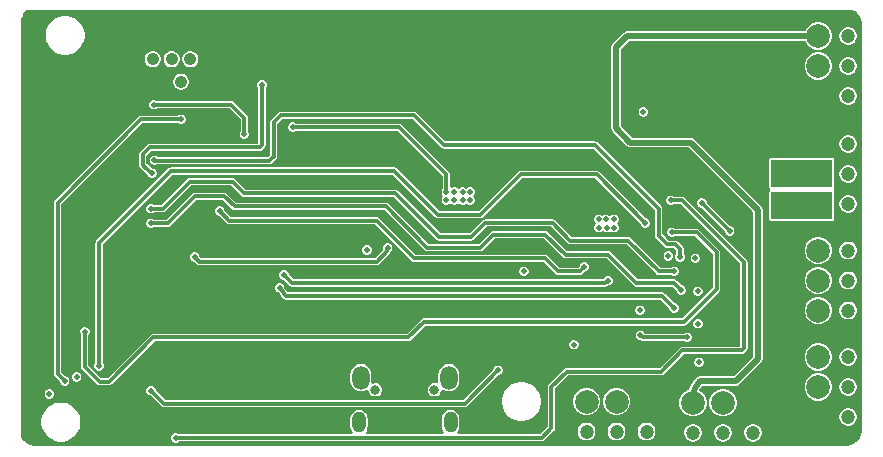
<source format=gbr>
%TF.GenerationSoftware,Altium Limited,Altium Designer,25.4.2 (15)*%
G04 Layer_Physical_Order=4*
G04 Layer_Color=16711680*
%FSLAX45Y45*%
%MOMM*%
%TF.SameCoordinates,9A986A7D-484F-4AC0-AE4B-942BB78B8B2C*%
%TF.FilePolarity,Positive*%
%TF.FileFunction,Copper,L4,Bot,Signal*%
%TF.Part,Single*%
G01*
G75*
%TA.AperFunction,Conductor*%
%ADD33C,0.30000*%
%ADD34C,0.50000*%
%TA.AperFunction,ComponentPad*%
%ADD40C,1.20000*%
%ADD41C,2.00000*%
%ADD42C,0.80000*%
%ADD43O,1.15000X1.80000*%
%ADD44O,1.45000X2.00000*%
%ADD45C,3.10000*%
%ADD46C,1.05000*%
%TA.AperFunction,ViaPad*%
%ADD47C,0.50000*%
G36*
X13751634Y9067376D02*
X13764061Y9062228D01*
X13775244Y9054755D01*
X13780000Y9050000D01*
X13789511Y9040489D01*
X13804457Y9018121D01*
X13814752Y8993267D01*
X13820000Y8966882D01*
Y8953432D01*
Y5516568D01*
Y5503118D01*
X13814752Y5476733D01*
X13804457Y5451879D01*
X13789511Y5429511D01*
X13780000Y5420000D01*
X13770490Y5410489D01*
X13748122Y5395543D01*
X13723267Y5385248D01*
X13696883Y5380000D01*
X6813118D01*
X6786733Y5385248D01*
X6761879Y5395543D01*
X6739511Y5410489D01*
X6730000Y5420000D01*
X6722866Y5427133D01*
X6711657Y5443909D01*
X6703936Y5462550D01*
X6700000Y5482338D01*
Y5492426D01*
Y8981716D01*
Y8988441D01*
X6702624Y9001634D01*
X6707771Y9014060D01*
X6715244Y9025244D01*
X6720000Y9030000D01*
Y9037956D01*
X6726089Y9052658D01*
X6737342Y9063910D01*
X6752043Y9070000D01*
X13738441D01*
X13751634Y9067376D01*
D02*
G37*
%LPC*%
G36*
X13464841Y8966500D02*
X13434560D01*
X13405312Y8958663D01*
X13379088Y8943523D01*
X13357677Y8922112D01*
X13342537Y8895888D01*
X13341571Y8892283D01*
X11831501D01*
X11831500Y8892284D01*
X11815893Y8889179D01*
X11802661Y8880338D01*
X11802661Y8880338D01*
X11711161Y8788838D01*
X11702321Y8775607D01*
X11699216Y8760000D01*
X11699216Y8759999D01*
Y8070002D01*
X11699216Y8070000D01*
X11702321Y8054393D01*
X11711161Y8041162D01*
X11831162Y7921162D01*
X11844393Y7912321D01*
X11860000Y7909216D01*
X11860001Y7909217D01*
X12353107D01*
X12899217Y7363107D01*
Y6159560D01*
X12899216Y6159558D01*
Y6136893D01*
X12733107Y5970784D01*
X12446568D01*
X12430961Y5967679D01*
X12417730Y5958838D01*
X12417475Y5959094D01*
X12387914Y5923074D01*
X12365949Y5881980D01*
X12358421Y5857163D01*
X12344612Y5853463D01*
X12318388Y5838323D01*
X12296977Y5816911D01*
X12281837Y5790688D01*
X12274000Y5761440D01*
Y5731160D01*
X12281837Y5701911D01*
X12296977Y5675688D01*
X12318388Y5654277D01*
X12344612Y5639137D01*
X12373860Y5631300D01*
X12404140D01*
X12433388Y5639137D01*
X12459612Y5654277D01*
X12481023Y5675688D01*
X12496163Y5701911D01*
X12504000Y5731160D01*
Y5761440D01*
X12496163Y5790688D01*
X12481023Y5816911D01*
X12459612Y5838323D01*
X12440908Y5849121D01*
X12441396Y5850729D01*
X12455815Y5877705D01*
X12465262Y5889217D01*
X12749999D01*
X12750000Y5889216D01*
X12765607Y5892321D01*
X12778838Y5901162D01*
X12968837Y6091161D01*
X12968839Y6091162D01*
X12977679Y6104393D01*
X12980785Y6120000D01*
X12980783Y6120001D01*
Y6159557D01*
X12980785Y6159558D01*
Y7379999D01*
X12980785Y7380000D01*
X12977679Y7395607D01*
X12968839Y7408838D01*
X12968839Y7408839D01*
X12398838Y7978838D01*
X12385607Y7987679D01*
X12370000Y7990784D01*
X12369999Y7990784D01*
X11876893D01*
X11780783Y8086894D01*
Y8743107D01*
X11848393Y8810716D01*
X13341571D01*
X13342537Y8807112D01*
X13357677Y8780888D01*
X13379088Y8759477D01*
X13405312Y8744337D01*
X13434560Y8736500D01*
X13464841D01*
X13494089Y8744337D01*
X13520312Y8759477D01*
X13541724Y8780888D01*
X13556863Y8807112D01*
X13564700Y8836360D01*
Y8866640D01*
X13556863Y8895888D01*
X13541724Y8922112D01*
X13520312Y8943523D01*
X13494089Y8958663D01*
X13464841Y8966500D01*
D02*
G37*
G36*
X13713574Y8926500D02*
X13693826D01*
X13674751Y8921389D01*
X13657649Y8911515D01*
X13643684Y8897551D01*
X13633810Y8880449D01*
X13628700Y8861374D01*
Y8841626D01*
X13633810Y8822551D01*
X13643684Y8805449D01*
X13657649Y8791485D01*
X13674751Y8781611D01*
X13693826Y8776500D01*
X13713574D01*
X13732649Y8781611D01*
X13749751Y8791485D01*
X13763715Y8805449D01*
X13773589Y8822551D01*
X13778700Y8841626D01*
Y8861374D01*
X13773589Y8880449D01*
X13763715Y8897551D01*
X13749751Y8911515D01*
X13732649Y8921389D01*
X13713574Y8926500D01*
D02*
G37*
G36*
X7088751Y9023500D02*
X7056249D01*
X7024371Y9017159D01*
X6994343Y9004721D01*
X6967319Y8986664D01*
X6944336Y8963681D01*
X6926279Y8936657D01*
X6913841Y8906629D01*
X6907500Y8874751D01*
Y8842249D01*
X6913841Y8810371D01*
X6926279Y8780343D01*
X6944336Y8753319D01*
X6967319Y8730336D01*
X6994343Y8712279D01*
X7024371Y8699841D01*
X7056249Y8693500D01*
X7088751D01*
X7120629Y8699841D01*
X7150657Y8712279D01*
X7177681Y8730336D01*
X7200664Y8753319D01*
X7218721Y8780343D01*
X7231159Y8810371D01*
X7237500Y8842249D01*
Y8874751D01*
X7231159Y8906629D01*
X7218721Y8936657D01*
X7200664Y8963681D01*
X7177681Y8986664D01*
X7150657Y9004721D01*
X7120629Y9017159D01*
X7088751Y9023500D01*
D02*
G37*
G36*
X8143228Y8722110D02*
X8125455D01*
X8108287Y8717510D01*
X8092895Y8708623D01*
X8080328Y8696056D01*
X8071441Y8680664D01*
X8066841Y8663496D01*
Y8645723D01*
X8071441Y8628556D01*
X8080328Y8613164D01*
X8092895Y8600596D01*
X8108287Y8591710D01*
X8125455Y8587110D01*
X8143228D01*
X8160395Y8591710D01*
X8175787Y8600596D01*
X8188354Y8613164D01*
X8197241Y8628556D01*
X8201841Y8645723D01*
Y8663496D01*
X8197241Y8680664D01*
X8188354Y8696056D01*
X8175787Y8708623D01*
X8160395Y8717510D01*
X8143228Y8722110D01*
D02*
G37*
G36*
X7983228D02*
X7965455D01*
X7948287Y8717510D01*
X7932895Y8708623D01*
X7920328Y8696056D01*
X7911441Y8680664D01*
X7906841Y8663496D01*
Y8645723D01*
X7911441Y8628556D01*
X7920328Y8613164D01*
X7932895Y8600596D01*
X7948287Y8591710D01*
X7965455Y8587110D01*
X7983228D01*
X8000395Y8591710D01*
X8015787Y8600596D01*
X8028355Y8613164D01*
X8037241Y8628556D01*
X8041841Y8645723D01*
Y8663496D01*
X8037241Y8680664D01*
X8028355Y8696056D01*
X8015787Y8708623D01*
X8000395Y8717510D01*
X7983228Y8722110D01*
D02*
G37*
G36*
X7823228D02*
X7805455D01*
X7788287Y8717510D01*
X7772895Y8708623D01*
X7760328Y8696056D01*
X7751441Y8680664D01*
X7746841Y8663496D01*
Y8645723D01*
X7751441Y8628556D01*
X7760328Y8613164D01*
X7772895Y8600596D01*
X7788287Y8591710D01*
X7805455Y8587110D01*
X7823228D01*
X7840395Y8591710D01*
X7855787Y8600596D01*
X7868355Y8613164D01*
X7877241Y8628556D01*
X7881841Y8645723D01*
Y8663496D01*
X7877241Y8680664D01*
X7868355Y8696056D01*
X7855787Y8708623D01*
X7840395Y8717510D01*
X7823228Y8722110D01*
D02*
G37*
G36*
X13713574Y8672500D02*
X13693826D01*
X13674751Y8667389D01*
X13657649Y8657515D01*
X13643684Y8643551D01*
X13633810Y8626449D01*
X13628700Y8607374D01*
Y8587626D01*
X13633810Y8568551D01*
X13643684Y8551449D01*
X13657649Y8537485D01*
X13674751Y8527611D01*
X13693826Y8522500D01*
X13713574D01*
X13732649Y8527611D01*
X13749751Y8537485D01*
X13763715Y8551449D01*
X13773589Y8568551D01*
X13778700Y8587626D01*
Y8607374D01*
X13773589Y8626449D01*
X13763715Y8643551D01*
X13749751Y8657515D01*
X13732649Y8667389D01*
X13713574Y8672500D01*
D02*
G37*
G36*
X13464841Y8712500D02*
X13434560D01*
X13405312Y8704663D01*
X13379088Y8689523D01*
X13357677Y8668112D01*
X13342537Y8641888D01*
X13334700Y8612640D01*
Y8582360D01*
X13342537Y8553112D01*
X13357677Y8526888D01*
X13379088Y8505477D01*
X13405312Y8490337D01*
X13434560Y8482500D01*
X13464841D01*
X13494089Y8490337D01*
X13520312Y8505477D01*
X13541724Y8526888D01*
X13556863Y8553112D01*
X13564700Y8582360D01*
Y8612640D01*
X13556863Y8641888D01*
X13541724Y8668112D01*
X13520312Y8689523D01*
X13494089Y8704663D01*
X13464841Y8712500D01*
D02*
G37*
G36*
X8063228Y8532110D02*
X8045455D01*
X8028287Y8527510D01*
X8012895Y8518623D01*
X8000328Y8506056D01*
X7991441Y8490664D01*
X7986841Y8473496D01*
Y8455723D01*
X7991441Y8438556D01*
X8000328Y8423164D01*
X8012895Y8410596D01*
X8028287Y8401710D01*
X8045455Y8397110D01*
X8063228D01*
X8080395Y8401710D01*
X8095787Y8410596D01*
X8108355Y8423164D01*
X8117241Y8438556D01*
X8121841Y8455723D01*
Y8473496D01*
X8117241Y8490664D01*
X8108355Y8506056D01*
X8095787Y8518623D01*
X8080395Y8527510D01*
X8063228Y8532110D01*
D02*
G37*
G36*
X13713574Y8418500D02*
X13693826D01*
X13674751Y8413389D01*
X13657649Y8403515D01*
X13643684Y8389551D01*
X13633810Y8372449D01*
X13628700Y8353374D01*
Y8333626D01*
X13633810Y8314551D01*
X13643684Y8297449D01*
X13657649Y8283485D01*
X13674751Y8273611D01*
X13693826Y8268500D01*
X13713574D01*
X13732649Y8273611D01*
X13749751Y8283485D01*
X13763715Y8297449D01*
X13773589Y8314551D01*
X13778700Y8333626D01*
Y8353374D01*
X13773589Y8372449D01*
X13763715Y8389551D01*
X13749751Y8403515D01*
X13732649Y8413389D01*
X13713574Y8418500D01*
D02*
G37*
G36*
X10030000Y8210588D02*
X10029999Y8210588D01*
X8900001D01*
X8900000Y8210588D01*
X8888295Y8208259D01*
X8878371Y8201629D01*
X8878371Y8201628D01*
X8818371Y8141629D01*
X8811741Y8131705D01*
X8809412Y8120000D01*
X8809412Y8119999D01*
Y7848082D01*
X8789741Y7828411D01*
X7858158D01*
X7852658Y7833910D01*
X7837957Y7840000D01*
X7822044D01*
X7807342Y7833910D01*
X7796090Y7822658D01*
X7790000Y7807956D01*
Y7792043D01*
X7796090Y7777342D01*
X7807342Y7766090D01*
X7822044Y7760000D01*
X7837957D01*
X7852658Y7766090D01*
X7853804Y7767235D01*
X8802410D01*
X8802411Y7767235D01*
X8814116Y7769564D01*
X8824040Y7776194D01*
X8849060Y7801215D01*
X8851705Y7801741D01*
X8861629Y7808371D01*
X8868259Y7818295D01*
X8870588Y7830000D01*
Y8107330D01*
X8912670Y8149412D01*
X10017330D01*
X10258371Y7908372D01*
X10258371Y7908371D01*
X10268295Y7901741D01*
X10280000Y7899412D01*
X10280002Y7899412D01*
X11547330D01*
X12069412Y7377330D01*
Y7160001D01*
X12069412Y7160000D01*
X12071741Y7148295D01*
X12078371Y7138371D01*
X12118371Y7098372D01*
X12118371Y7098371D01*
X12125872Y7093359D01*
X12151622Y7067610D01*
X12161545Y7060980D01*
X12173250Y7058651D01*
X12228092D01*
X12249412Y7037331D01*
Y7005981D01*
X12246090Y7002658D01*
X12240000Y6987957D01*
Y6972043D01*
X12246090Y6957342D01*
X12257342Y6946090D01*
X12272044Y6940000D01*
X12287957D01*
X12302658Y6946090D01*
X12313910Y6957342D01*
X12320000Y6972043D01*
Y6987957D01*
X12313910Y7002658D01*
X12310588Y7005981D01*
Y7049999D01*
X12310588Y7050000D01*
X12308259Y7061706D01*
X12301629Y7071629D01*
X12301628Y7071630D01*
X12262391Y7110868D01*
X12252467Y7117498D01*
X12240762Y7119827D01*
X12240760Y7119827D01*
X12185921D01*
X12164118Y7141629D01*
X12156617Y7146641D01*
X12130588Y7172670D01*
Y7389999D01*
X12130588Y7390000D01*
X12128259Y7401706D01*
X12121629Y7411629D01*
X11581629Y7951629D01*
X11571706Y7958259D01*
X11560000Y7960588D01*
X11559999Y7960588D01*
X10292670D01*
X10051629Y8201629D01*
X10041706Y8208259D01*
X10030000Y8210588D01*
D02*
G37*
G36*
X11977956Y8250000D02*
X11962043D01*
X11947342Y8243910D01*
X11936090Y8232658D01*
X11930000Y8217957D01*
Y8202044D01*
X11936090Y8187342D01*
X11947342Y8176090D01*
X11962043Y8170000D01*
X11977956D01*
X11992658Y8176090D01*
X12003910Y8187342D01*
X12010000Y8202044D01*
Y8217957D01*
X12003910Y8232658D01*
X11992658Y8243910D01*
X11977956Y8250000D01*
D02*
G37*
G36*
X8063697Y8185740D02*
X8047783D01*
X8033082Y8179650D01*
X8029759Y8176328D01*
X7715740D01*
X7704035Y8173999D01*
X7694111Y8167369D01*
X7694111Y8167368D01*
X6988371Y7461629D01*
X6981741Y7451705D01*
X6979412Y7440000D01*
X6979412Y7439999D01*
Y5990210D01*
X6979412Y5990208D01*
X6981741Y5978503D01*
X6988371Y5968579D01*
X7030000Y5926950D01*
Y5922044D01*
X7036090Y5907342D01*
X7047342Y5896090D01*
X7062044Y5890000D01*
X7077957D01*
X7092658Y5896090D01*
X7103910Y5907342D01*
X7110000Y5922044D01*
Y5937957D01*
X7103910Y5952658D01*
X7092658Y5963910D01*
X7077957Y5970000D01*
X7073466D01*
X7040588Y6002878D01*
Y7427330D01*
X7728410Y8115152D01*
X8029759D01*
X8033082Y8111830D01*
X8047783Y8105740D01*
X8063697D01*
X8078398Y8111830D01*
X8089650Y8123082D01*
X8095740Y8137784D01*
Y8153697D01*
X8089650Y8168398D01*
X8078398Y8179650D01*
X8063697Y8185740D01*
D02*
G37*
G36*
X7831214Y8310000D02*
X7815301D01*
X7800600Y8303910D01*
X7789347Y8292658D01*
X7783258Y8277957D01*
Y8262043D01*
X7789347Y8247342D01*
X7800600Y8236090D01*
X7815301Y8230000D01*
X7831214D01*
X7845916Y8236090D01*
X7849238Y8239412D01*
X8467330D01*
X8559412Y8147330D01*
Y8045981D01*
X8556090Y8042658D01*
X8550000Y8027957D01*
Y8012043D01*
X8556090Y7997342D01*
X8567342Y7986090D01*
X8582044Y7980000D01*
X8597957D01*
X8612658Y7986090D01*
X8623910Y7997342D01*
X8630000Y8012043D01*
Y8027957D01*
X8623910Y8042658D01*
X8620588Y8045981D01*
Y8159999D01*
X8620588Y8160000D01*
X8618259Y8171705D01*
X8611629Y8181629D01*
X8501629Y8291629D01*
X8491705Y8298259D01*
X8480000Y8300588D01*
X8479999Y8300588D01*
X7849238D01*
X7845916Y8303910D01*
X7831214Y8310000D01*
D02*
G37*
G36*
X8747957Y8480000D02*
X8732043D01*
X8717342Y8473910D01*
X8706090Y8462658D01*
X8700000Y8447956D01*
Y8432043D01*
X8706090Y8417342D01*
X8709412Y8414019D01*
Y7940588D01*
X7790001D01*
X7790000Y7940588D01*
X7778295Y7938259D01*
X7768371Y7931629D01*
X7708371Y7871629D01*
X7701741Y7861705D01*
X7699412Y7850000D01*
X7699412Y7849999D01*
Y7760001D01*
X7699412Y7760000D01*
X7701741Y7748295D01*
X7708371Y7738371D01*
X7732117Y7714625D01*
X7732118Y7714624D01*
X7742041Y7707994D01*
X7743658Y7707672D01*
X7770504Y7680826D01*
X7776090Y7667342D01*
X7787342Y7656090D01*
X7802043Y7650000D01*
X7817956D01*
X7832658Y7656090D01*
X7843910Y7667342D01*
X7850000Y7682044D01*
Y7697957D01*
X7843910Y7712658D01*
X7832658Y7723910D01*
X7817956Y7730000D01*
X7807846D01*
X7779964Y7757882D01*
X7770040Y7764513D01*
X7768423Y7764834D01*
X7760588Y7772670D01*
Y7837330D01*
X7802670Y7879412D01*
X8722425D01*
X8722426Y7879412D01*
X8734132Y7881741D01*
X8744055Y7888371D01*
X8761628Y7905944D01*
X8761629Y7905945D01*
X8768259Y7915868D01*
X8770588Y7927574D01*
X8770588Y7927575D01*
Y8414019D01*
X8773910Y8417342D01*
X8780000Y8432043D01*
Y8447956D01*
X8773910Y8462658D01*
X8762658Y8473910D01*
X8747957Y8480000D01*
D02*
G37*
G36*
X13713574Y8012500D02*
X13693826D01*
X13674751Y8007389D01*
X13657649Y7997515D01*
X13643684Y7983551D01*
X13633810Y7966449D01*
X13628700Y7947374D01*
Y7927626D01*
X13633810Y7908551D01*
X13643684Y7891449D01*
X13657649Y7877485D01*
X13674751Y7867611D01*
X13693826Y7862500D01*
X13713574D01*
X13732649Y7867611D01*
X13749751Y7877485D01*
X13763715Y7891449D01*
X13773589Y7908551D01*
X13778700Y7927626D01*
Y7947374D01*
X13773589Y7966449D01*
X13763715Y7983551D01*
X13749751Y7997515D01*
X13732649Y8007389D01*
X13713574Y8012500D01*
D02*
G37*
G36*
X9860000Y7740588D02*
X9859999Y7740588D01*
X7970001D01*
X7970000Y7740588D01*
X7958295Y7738259D01*
X7948371Y7731629D01*
X7338371Y7121629D01*
X7331741Y7111705D01*
X7329412Y7100000D01*
X7329412Y7099999D01*
Y6085981D01*
X7326090Y6082658D01*
X7320000Y6067957D01*
Y6052044D01*
X7326090Y6037342D01*
X7337342Y6026090D01*
X7352043Y6020000D01*
X7367957D01*
X7382658Y6026090D01*
X7393910Y6037342D01*
X7400000Y6052044D01*
Y6067957D01*
X7393910Y6082658D01*
X7390588Y6085981D01*
Y7087330D01*
X7982670Y7679412D01*
X9847330D01*
X10208371Y7318371D01*
X10218295Y7311741D01*
X10230000Y7309412D01*
X10230001Y7309412D01*
X10589999D01*
X10590000Y7309412D01*
X10601705Y7311741D01*
X10611629Y7318371D01*
X10942670Y7649412D01*
X11560762D01*
X11946090Y7264084D01*
Y7259385D01*
X11952180Y7244684D01*
X11963432Y7233432D01*
X11978133Y7227342D01*
X11994046D01*
X12008748Y7233432D01*
X12020000Y7244684D01*
X12026090Y7259385D01*
Y7275298D01*
X12020000Y7290000D01*
X12008748Y7301252D01*
X11994046Y7307342D01*
X11989348D01*
X11595061Y7701629D01*
X11585137Y7708259D01*
X11573432Y7710588D01*
X11573430Y7710588D01*
X10930001D01*
X10930000Y7710588D01*
X10918295Y7708259D01*
X10908371Y7701629D01*
X10908371Y7701628D01*
X10577330Y7370588D01*
X10242670D01*
X9881629Y7731629D01*
X9871705Y7738259D01*
X9860000Y7740588D01*
D02*
G37*
G36*
X8492269Y7648319D02*
X8492268Y7648318D01*
X8127732D01*
X8127731Y7648319D01*
X8116025Y7645990D01*
X8106102Y7639360D01*
X8106101Y7639359D01*
X7887330Y7420588D01*
X7825981D01*
X7822658Y7423910D01*
X7807956Y7430000D01*
X7792043D01*
X7777342Y7423910D01*
X7766090Y7412658D01*
X7760000Y7397957D01*
Y7382043D01*
X7766090Y7367342D01*
X7777342Y7356090D01*
X7792043Y7350000D01*
X7807956D01*
X7822658Y7356090D01*
X7825981Y7359412D01*
X7899999D01*
X7900000Y7359412D01*
X7911705Y7361741D01*
X7921629Y7368371D01*
X8140401Y7587143D01*
X8479599D01*
X8568371Y7498372D01*
X8568371Y7498371D01*
X8578295Y7491741D01*
X8590000Y7489412D01*
X8590001Y7489412D01*
X9857330D01*
X10218371Y7128371D01*
X10228295Y7121741D01*
X10240000Y7119412D01*
X10240001Y7119412D01*
X10509999D01*
X10510000Y7119412D01*
X10521705Y7121741D01*
X10531629Y7128371D01*
X10642670Y7239412D01*
X11187330D01*
X11328371Y7098372D01*
X11328371Y7098371D01*
X11338295Y7091741D01*
X11350000Y7089412D01*
X11827330D01*
X12078371Y6838371D01*
X12088295Y6831741D01*
X12100000Y6829412D01*
X12204019D01*
X12207342Y6826090D01*
X12222043Y6820000D01*
X12237956D01*
X12252658Y6826090D01*
X12263910Y6837342D01*
X12270000Y6852043D01*
Y6867957D01*
X12263910Y6882658D01*
X12252658Y6893910D01*
X12237956Y6900000D01*
X12222043D01*
X12207342Y6893910D01*
X12204019Y6890588D01*
X12112670D01*
X11861629Y7141629D01*
X11851705Y7148259D01*
X11840000Y7150588D01*
X11839999Y7150588D01*
X11362670D01*
X11221629Y7291629D01*
X11211705Y7298259D01*
X11200000Y7300588D01*
X11199999Y7300588D01*
X10630000D01*
X10618294Y7298259D01*
X10608371Y7291629D01*
X10608370Y7291628D01*
X10497330Y7180588D01*
X10252670D01*
X9891629Y7541629D01*
X9881705Y7548259D01*
X9870000Y7550588D01*
X9869999Y7550588D01*
X8602670D01*
X8513898Y7639360D01*
X8503975Y7645990D01*
X8492269Y7648319D01*
D02*
G37*
G36*
X13713574Y7758500D02*
X13693826D01*
X13674751Y7753389D01*
X13657649Y7743515D01*
X13643684Y7729551D01*
X13633810Y7712449D01*
X13628700Y7693374D01*
Y7673626D01*
X13633810Y7654551D01*
X13643684Y7637449D01*
X13657649Y7623485D01*
X13674751Y7613611D01*
X13693826Y7608500D01*
X13713574D01*
X13732649Y7613611D01*
X13749751Y7623485D01*
X13763715Y7637449D01*
X13773589Y7654551D01*
X13778700Y7673626D01*
Y7693374D01*
X13773589Y7712449D01*
X13763715Y7729551D01*
X13749751Y7743515D01*
X13732649Y7753389D01*
X13713574Y7758500D01*
D02*
G37*
G36*
X9007957Y8120000D02*
X8992043D01*
X8977342Y8113910D01*
X8966090Y8102658D01*
X8960000Y8087957D01*
Y8072044D01*
X8966090Y8057342D01*
X8977342Y8046090D01*
X8992043Y8040000D01*
X9007957D01*
X9022658Y8046090D01*
X9025981Y8049412D01*
X9887330D01*
X10269412Y7667330D01*
Y7555981D01*
X10266090Y7552658D01*
X10260000Y7537956D01*
Y7522043D01*
X10266090Y7507342D01*
X10276429Y7495000D01*
X10266089Y7482658D01*
X10260000Y7467956D01*
Y7452043D01*
X10266090Y7437342D01*
X10277342Y7426090D01*
X10292043Y7420000D01*
X10307957D01*
X10322658Y7426090D01*
X10335000Y7436429D01*
X10347342Y7426089D01*
X10362044Y7420000D01*
X10377957D01*
X10392658Y7426090D01*
X10405000Y7436429D01*
X10417342Y7426089D01*
X10432043Y7420000D01*
X10447956D01*
X10462658Y7426090D01*
X10470000Y7433431D01*
X10477342Y7426090D01*
X10492044Y7420000D01*
X10507957D01*
X10522658Y7426090D01*
X10533910Y7437342D01*
X10540000Y7452043D01*
Y7467956D01*
X10533910Y7482658D01*
X10523571Y7495000D01*
X10533911Y7507342D01*
X10540000Y7522043D01*
Y7537956D01*
X10533910Y7552658D01*
X10522658Y7563910D01*
X10507957Y7570000D01*
X10492044D01*
X10477342Y7563910D01*
X10470000Y7556568D01*
X10462658Y7563910D01*
X10447956Y7570000D01*
X10432043D01*
X10417342Y7563910D01*
X10405000Y7553571D01*
X10392658Y7563910D01*
X10377957Y7570000D01*
X10362044D01*
X10350588Y7565255D01*
X10338101Y7570269D01*
X10330588Y7575440D01*
Y7680000D01*
X10328259Y7691705D01*
X10321629Y7701629D01*
X9921629Y8101629D01*
X9911705Y8108259D01*
X9900000Y8110588D01*
X9899998Y8110588D01*
X9025981D01*
X9022658Y8113910D01*
X9007957Y8120000D01*
D02*
G37*
G36*
X13713574Y7504500D02*
X13693826D01*
X13674751Y7499389D01*
X13657649Y7489515D01*
X13643684Y7475551D01*
X13633810Y7458449D01*
X13628700Y7439374D01*
Y7419626D01*
X13633810Y7400551D01*
X13643684Y7383449D01*
X13657649Y7369485D01*
X13674751Y7359611D01*
X13693826Y7354500D01*
X13713574D01*
X13732649Y7359611D01*
X13749751Y7369485D01*
X13763715Y7383449D01*
X13773589Y7400551D01*
X13778700Y7419626D01*
Y7439374D01*
X13773589Y7458449D01*
X13763715Y7475551D01*
X13749751Y7489515D01*
X13732649Y7499389D01*
X13713574Y7504500D01*
D02*
G37*
G36*
X11727956Y7340000D02*
X11712043D01*
X11697342Y7333910D01*
X11685000Y7323571D01*
X11672658Y7333910D01*
X11657957Y7340000D01*
X11642044D01*
X11627342Y7333910D01*
X11620000Y7326568D01*
X11612658Y7333910D01*
X11597956Y7340000D01*
X11582043D01*
X11567342Y7333910D01*
X11556090Y7322658D01*
X11550000Y7307956D01*
Y7292043D01*
X11556090Y7277342D01*
X11566429Y7265000D01*
X11556089Y7252658D01*
X11550000Y7237957D01*
Y7222043D01*
X11556090Y7207342D01*
X11567342Y7196090D01*
X11582043Y7190000D01*
X11597956D01*
X11612658Y7196090D01*
X11625000Y7206429D01*
X11637342Y7196089D01*
X11652043Y7190000D01*
X11667957D01*
X11682658Y7196090D01*
X11690000Y7203432D01*
X11697342Y7196090D01*
X11712043Y7190000D01*
X11727956D01*
X11742658Y7196090D01*
X11753910Y7207342D01*
X11760000Y7222043D01*
Y7237957D01*
X11753910Y7252658D01*
X11743571Y7265000D01*
X11753910Y7277342D01*
X11760000Y7292043D01*
Y7307956D01*
X11753910Y7322658D01*
X11742658Y7333910D01*
X11727956Y7340000D01*
D02*
G37*
G36*
X13570000Y7821236D02*
X13050000D01*
X13038519Y7816480D01*
X13033765Y7805000D01*
Y7575000D01*
X13038519Y7563520D01*
X13038992Y7563324D01*
Y7541676D01*
X13038519Y7541480D01*
X13033765Y7530000D01*
Y7300000D01*
X13038519Y7288520D01*
X13050000Y7283764D01*
X13570000D01*
X13581480Y7288520D01*
X13586237Y7300000D01*
Y7530000D01*
X13581480Y7541480D01*
X13581007Y7541676D01*
Y7563324D01*
X13581480Y7563520D01*
X13586237Y7575000D01*
Y7805000D01*
X13581480Y7816480D01*
X13570000Y7821236D01*
D02*
G37*
G36*
X12471604Y7478877D02*
X12455691D01*
X12440990Y7472787D01*
X12429738Y7461535D01*
X12423648Y7446834D01*
Y7430921D01*
X12429738Y7416219D01*
X12440990Y7404967D01*
X12455691Y7398877D01*
X12459127D01*
X12660000Y7198005D01*
Y7192044D01*
X12666090Y7177342D01*
X12677342Y7166090D01*
X12692043Y7160000D01*
X12707957D01*
X12722658Y7166090D01*
X12733910Y7177342D01*
X12740000Y7192044D01*
Y7207957D01*
X12733910Y7222658D01*
X12722658Y7233910D01*
X12707957Y7240000D01*
X12704520D01*
X12503648Y7440872D01*
Y7446834D01*
X12497558Y7461535D01*
X12486306Y7472787D01*
X12471604Y7478877D01*
D02*
G37*
G36*
X9637957Y7080000D02*
X9622043D01*
X9607342Y7073910D01*
X9596090Y7062658D01*
X9590000Y7047956D01*
Y7032043D01*
X9596090Y7017342D01*
X9607342Y7006090D01*
X9622043Y7000000D01*
X9637957D01*
X9652658Y7006090D01*
X9663910Y7017342D01*
X9670000Y7032043D01*
Y7047956D01*
X9663910Y7062658D01*
X9652658Y7073910D01*
X9637957Y7080000D01*
D02*
G37*
G36*
X9811135Y7098150D02*
X9795222D01*
X9780521Y7092060D01*
X9769268Y7080808D01*
X9763179Y7066107D01*
Y7050193D01*
X9767208Y7040466D01*
X9697330Y6970588D01*
X8222670D01*
X8210000Y6983258D01*
Y6987957D01*
X8203910Y7002658D01*
X8192658Y7013910D01*
X8177956Y7020000D01*
X8162043D01*
X8147342Y7013910D01*
X8136090Y7002658D01*
X8130000Y6987957D01*
Y6972043D01*
X8136090Y6957342D01*
X8147342Y6946090D01*
X8162043Y6940000D01*
X8166742D01*
X8188370Y6918372D01*
X8188371Y6918371D01*
X8198294Y6911741D01*
X8210000Y6909412D01*
X9709999D01*
X9710000Y6909412D01*
X9721705Y6911741D01*
X9731629Y6918371D01*
X9820980Y7007723D01*
X9820981Y7007723D01*
X9827611Y7017647D01*
X9829689Y7028092D01*
X9837089Y7035492D01*
X9843179Y7050193D01*
Y7066107D01*
X9837089Y7080808D01*
X9825837Y7092060D01*
X9811135Y7098150D01*
D02*
G37*
G36*
X13713574Y7110800D02*
X13693826D01*
X13674751Y7105689D01*
X13657649Y7095815D01*
X13643684Y7081851D01*
X13633810Y7064749D01*
X13628700Y7045674D01*
Y7025926D01*
X13633810Y7006851D01*
X13643684Y6989749D01*
X13657649Y6975785D01*
X13674751Y6965911D01*
X13693826Y6960800D01*
X13713574D01*
X13732649Y6965911D01*
X13749751Y6975785D01*
X13763715Y6989749D01*
X13773589Y7006851D01*
X13778700Y7025926D01*
Y7045674D01*
X13773589Y7064749D01*
X13763715Y7081851D01*
X13749751Y7095815D01*
X13732649Y7105689D01*
X13713574Y7110800D01*
D02*
G37*
G36*
X12187957Y7030000D02*
X12172043D01*
X12157342Y7023910D01*
X12146090Y7012658D01*
X12140000Y6997957D01*
Y6982043D01*
X12146090Y6967342D01*
X12157342Y6956090D01*
X12172043Y6950000D01*
X12187957D01*
X12202658Y6956090D01*
X12213910Y6967342D01*
X12220000Y6982043D01*
Y6997957D01*
X12213910Y7012658D01*
X12202658Y7023910D01*
X12187957Y7030000D01*
D02*
G37*
G36*
X12417957Y7010000D02*
X12402044D01*
X12387342Y7003910D01*
X12376090Y6992658D01*
X12370000Y6977957D01*
Y6962043D01*
X12376090Y6947342D01*
X12387342Y6936090D01*
X12402044Y6930000D01*
X12417957D01*
X12432658Y6936090D01*
X12443910Y6947342D01*
X12450000Y6962043D01*
Y6977957D01*
X12443910Y6992658D01*
X12432658Y7003910D01*
X12417957Y7010000D01*
D02*
G37*
G36*
X13464841Y7150800D02*
X13434560D01*
X13405312Y7142963D01*
X13379088Y7127823D01*
X13357677Y7106412D01*
X13342537Y7080188D01*
X13334700Y7050940D01*
Y7020660D01*
X13342537Y6991412D01*
X13357677Y6965188D01*
X13379088Y6943777D01*
X13405312Y6928637D01*
X13434560Y6920800D01*
X13464841D01*
X13494089Y6928637D01*
X13520312Y6943777D01*
X13541724Y6965188D01*
X13556863Y6991412D01*
X13564700Y7020660D01*
Y7050940D01*
X13556863Y7080188D01*
X13541724Y7106412D01*
X13520312Y7127823D01*
X13494089Y7142963D01*
X13464841Y7150800D01*
D02*
G37*
G36*
X8390000Y7410000D02*
X8374087D01*
X8359385Y7403910D01*
X8348133Y7392658D01*
X8342044Y7377957D01*
Y7362043D01*
X8348133Y7347342D01*
X8359385Y7336090D01*
X8374087Y7330000D01*
X8378786D01*
X8440415Y7268371D01*
X8450338Y7261741D01*
X8462044Y7259412D01*
X9697330D01*
X10008371Y6948372D01*
X10008371Y6948371D01*
X10018295Y6941741D01*
X10030000Y6939412D01*
X10030002Y6939412D01*
X11127330D01*
X11228371Y6838371D01*
X11238295Y6831741D01*
X11250000Y6829412D01*
X11250001Y6829412D01*
X11429999D01*
X11430000Y6829412D01*
X11441705Y6831741D01*
X11451629Y6838371D01*
X11473257Y6860000D01*
X11477956D01*
X11492658Y6866090D01*
X11503910Y6877342D01*
X11510000Y6892043D01*
Y6907956D01*
X11503910Y6922658D01*
X11492658Y6933910D01*
X11477956Y6940000D01*
X11462043D01*
X11447342Y6933910D01*
X11436090Y6922658D01*
X11430000Y6907956D01*
Y6903257D01*
X11417330Y6890588D01*
X11262670D01*
X11161629Y6991629D01*
X11151705Y6998259D01*
X11140000Y7000588D01*
X11139999Y7000588D01*
X10042670D01*
X9731629Y7311629D01*
X9721706Y7318259D01*
X9710000Y7320588D01*
X9709999Y7320588D01*
X8474714D01*
X8422043Y7373258D01*
Y7377957D01*
X8415954Y7392658D01*
X8404702Y7403910D01*
X8390000Y7410000D01*
D02*
G37*
G36*
X10964701Y6900549D02*
X10948788D01*
X10934086Y6894459D01*
X10922834Y6883207D01*
X10916744Y6868505D01*
Y6852592D01*
X10922834Y6837891D01*
X10934086Y6826638D01*
X10948788Y6820549D01*
X10964701D01*
X10979402Y6826638D01*
X10990655Y6837891D01*
X10996744Y6852592D01*
Y6868505D01*
X10990655Y6883207D01*
X10979402Y6894459D01*
X10964701Y6900549D01*
D02*
G37*
G36*
X8935913Y6870000D02*
X8920000D01*
X8905298Y6863910D01*
X8894046Y6852658D01*
X8887957Y6837957D01*
Y6822044D01*
X8894046Y6807342D01*
X8905298Y6796090D01*
X8920000Y6790000D01*
X8924699D01*
X8976327Y6738372D01*
X8976328Y6738371D01*
X8986251Y6731741D01*
X8997957Y6729412D01*
X8997958Y6729412D01*
X11644587D01*
X11644588Y6729412D01*
X11656293Y6731741D01*
X11666217Y6738371D01*
X11667846Y6740000D01*
X11677957D01*
X11692658Y6746090D01*
X11703910Y6757342D01*
X11710000Y6772043D01*
Y6787956D01*
X11703910Y6802658D01*
X11692658Y6813910D01*
X11677957Y6820000D01*
X11662043D01*
X11647342Y6813910D01*
X11636090Y6802658D01*
X11631090Y6790588D01*
X9010626D01*
X8967956Y6833258D01*
Y6837957D01*
X8961867Y6852658D01*
X8950615Y6863910D01*
X8935913Y6870000D01*
D02*
G37*
G36*
X13713574Y6856800D02*
X13693826D01*
X13674751Y6851689D01*
X13657649Y6841815D01*
X13643684Y6827851D01*
X13633810Y6810749D01*
X13628700Y6791674D01*
Y6771926D01*
X13633810Y6752851D01*
X13643684Y6735749D01*
X13657649Y6721785D01*
X13674751Y6711911D01*
X13693826Y6706800D01*
X13713574D01*
X13732649Y6711911D01*
X13749751Y6721785D01*
X13763715Y6735749D01*
X13773589Y6752851D01*
X13778700Y6771926D01*
Y6791674D01*
X13773589Y6810749D01*
X13763715Y6827851D01*
X13749751Y6841815D01*
X13732649Y6851689D01*
X13713574Y6856800D01*
D02*
G37*
G36*
X13464841Y6896800D02*
X13434560D01*
X13405312Y6888963D01*
X13379088Y6873823D01*
X13357677Y6852412D01*
X13342537Y6826188D01*
X13334700Y6796940D01*
Y6766660D01*
X13342537Y6737412D01*
X13357677Y6711188D01*
X13379088Y6689777D01*
X13405312Y6674637D01*
X13434560Y6666800D01*
X13464841D01*
X13494089Y6674637D01*
X13520312Y6689777D01*
X13541724Y6711188D01*
X13556863Y6737412D01*
X13564700Y6766660D01*
Y6796940D01*
X13556863Y6826188D01*
X13541724Y6852412D01*
X13520312Y6873823D01*
X13494089Y6888963D01*
X13464841Y6896800D01*
D02*
G37*
G36*
X8422658Y7526678D02*
X8422657Y7526677D01*
X8172080D01*
X8160374Y7524349D01*
X8150451Y7517719D01*
X8150451Y7517718D01*
X7928822Y7296090D01*
X7824619D01*
X7821297Y7299412D01*
X7806595Y7305502D01*
X7790682D01*
X7775981Y7299412D01*
X7764728Y7288160D01*
X7758639Y7273459D01*
Y7257546D01*
X7764728Y7242844D01*
X7775981Y7231592D01*
X7790682Y7225502D01*
X7806595D01*
X7821297Y7231592D01*
X7824619Y7234914D01*
X7941491D01*
X7941492Y7234914D01*
X7953198Y7237243D01*
X7963121Y7243873D01*
X8184750Y7465502D01*
X8409988D01*
X8487119Y7388371D01*
X8497042Y7381741D01*
X8508748Y7379412D01*
X8508749Y7379412D01*
X9777330D01*
X10118370Y7038372D01*
X10118371Y7038371D01*
X10128294Y7031741D01*
X10140000Y7029412D01*
X10589999D01*
X10590000Y7029412D01*
X10601705Y7031741D01*
X10611629Y7038371D01*
X10712670Y7139412D01*
X11127330D01*
X11288371Y6978372D01*
X11288371Y6978371D01*
X11298294Y6971741D01*
X11310000Y6969412D01*
X11657330D01*
X11888371Y6738371D01*
X11898295Y6731741D01*
X11910000Y6729412D01*
X11910001Y6729412D01*
X12217330D01*
X12250000Y6696742D01*
Y6692044D01*
X12256090Y6677342D01*
X12267342Y6666090D01*
X12282044Y6660000D01*
X12297957D01*
X12312658Y6666090D01*
X12323910Y6677342D01*
X12330000Y6692044D01*
Y6707957D01*
X12323910Y6722658D01*
X12312658Y6733910D01*
X12297957Y6740000D01*
X12293257D01*
X12251629Y6781629D01*
X12241705Y6788259D01*
X12230000Y6790588D01*
X12229999Y6790588D01*
X11922670D01*
X11691629Y7021629D01*
X11681705Y7028259D01*
X11670000Y7030588D01*
X11669999Y7030588D01*
X11322670D01*
X11161629Y7191629D01*
X11151705Y7198259D01*
X11140000Y7200588D01*
X11139999Y7200588D01*
X10700000D01*
X10688294Y7198259D01*
X10678371Y7191629D01*
X10678371Y7191628D01*
X10577330Y7090588D01*
X10152670D01*
X9811629Y7431629D01*
X9801705Y7438259D01*
X9790000Y7440588D01*
X9789999Y7440588D01*
X8521418D01*
X8444287Y7517719D01*
X8434363Y7524349D01*
X8422658Y7526678D01*
D02*
G37*
G36*
X12437957Y6730000D02*
X12422043D01*
X12407342Y6723910D01*
X12396090Y6712658D01*
X12390000Y6697957D01*
Y6682044D01*
X12396090Y6667342D01*
X12407342Y6656090D01*
X12422043Y6650000D01*
X12437957D01*
X12452658Y6656090D01*
X12463910Y6667342D01*
X12470000Y6682044D01*
Y6697957D01*
X12463910Y6712658D01*
X12452658Y6723910D01*
X12437957Y6730000D01*
D02*
G37*
G36*
X8897957Y6760000D02*
X8882043D01*
X8867342Y6753910D01*
X8856090Y6742658D01*
X8850000Y6727957D01*
Y6712043D01*
X8856090Y6697342D01*
X8867342Y6686090D01*
X8880826Y6680504D01*
X8896140Y6665191D01*
X8897270Y6659508D01*
X8903901Y6649584D01*
X8925114Y6628371D01*
X8935038Y6621741D01*
X8946743Y6619412D01*
X8946744Y6619412D01*
X12117330D01*
X12190000Y6546742D01*
Y6542044D01*
X12196090Y6527342D01*
X12207342Y6516090D01*
X12222043Y6510000D01*
X12237956D01*
X12252658Y6516090D01*
X12263910Y6527342D01*
X12270000Y6542044D01*
Y6557957D01*
X12263910Y6572658D01*
X12252658Y6583910D01*
X12237956Y6590000D01*
X12233258D01*
X12151629Y6671629D01*
X12141705Y6678259D01*
X12130000Y6680588D01*
X12129999Y6680588D01*
X8959413D01*
X8954919Y6685081D01*
X8953789Y6690764D01*
X8947158Y6700687D01*
X8947158Y6700688D01*
X8930000Y6717846D01*
Y6727957D01*
X8923910Y6742658D01*
X8912658Y6753910D01*
X8897957Y6760000D01*
D02*
G37*
G36*
X11947957Y6570000D02*
X11932043D01*
X11917342Y6563910D01*
X11906090Y6552658D01*
X11900000Y6537956D01*
Y6522043D01*
X11906090Y6507342D01*
X11917342Y6496090D01*
X11932043Y6490000D01*
X11947957D01*
X11962658Y6496090D01*
X11973910Y6507342D01*
X11980000Y6522043D01*
Y6537956D01*
X11973910Y6552658D01*
X11962658Y6563910D01*
X11947957Y6570000D01*
D02*
G37*
G36*
X13713574Y6602800D02*
X13693826D01*
X13674751Y6597689D01*
X13657649Y6587815D01*
X13643684Y6573851D01*
X13633810Y6556749D01*
X13628700Y6537674D01*
Y6517926D01*
X13633810Y6498851D01*
X13643684Y6481749D01*
X13657649Y6467785D01*
X13674751Y6457911D01*
X13693826Y6452800D01*
X13713574D01*
X13732649Y6457911D01*
X13749751Y6467785D01*
X13763715Y6481749D01*
X13773589Y6498851D01*
X13778700Y6517926D01*
Y6537674D01*
X13773589Y6556749D01*
X13763715Y6573851D01*
X13749751Y6587815D01*
X13732649Y6597689D01*
X13713574Y6602800D01*
D02*
G37*
G36*
X13464841Y6642800D02*
X13434560D01*
X13405312Y6634963D01*
X13379088Y6619823D01*
X13357677Y6598412D01*
X13342537Y6572188D01*
X13334700Y6542940D01*
Y6512660D01*
X13342537Y6483412D01*
X13357677Y6457188D01*
X13379088Y6435777D01*
X13405312Y6420637D01*
X13434560Y6412800D01*
X13464841D01*
X13494089Y6420637D01*
X13520312Y6435777D01*
X13541724Y6457188D01*
X13556863Y6483412D01*
X13564700Y6512660D01*
Y6542940D01*
X13556863Y6572188D01*
X13541724Y6598412D01*
X13520312Y6619823D01*
X13494089Y6634963D01*
X13464841Y6642800D01*
D02*
G37*
G36*
X12217957Y7230000D02*
X12202043D01*
X12187342Y7223910D01*
X12176090Y7212658D01*
X12170000Y7197957D01*
Y7182044D01*
X12176090Y7167342D01*
X12187342Y7156090D01*
X12202043Y7150000D01*
X12217957D01*
X12232658Y7156090D01*
X12235981Y7159412D01*
X12407330D01*
X12559412Y7007330D01*
Y6722670D01*
X12297330Y6460588D01*
X10110000D01*
X10098295Y6458259D01*
X10088371Y6451629D01*
X9967330Y6330588D01*
X7820001D01*
X7820000Y6330588D01*
X7808295Y6328259D01*
X7798371Y6321629D01*
X7798371Y6321628D01*
X7432330Y5955588D01*
X7377670D01*
X7270588Y6062670D01*
Y6324019D01*
X7273910Y6327342D01*
X7280000Y6342043D01*
Y6357957D01*
X7273910Y6372658D01*
X7262658Y6383910D01*
X7247957Y6390000D01*
X7232043D01*
X7217342Y6383910D01*
X7206090Y6372658D01*
X7200000Y6357957D01*
Y6342043D01*
X7206090Y6327342D01*
X7209412Y6324019D01*
Y6050001D01*
X7209412Y6050000D01*
X7211741Y6038295D01*
X7218371Y6028371D01*
X7343371Y5903372D01*
X7343371Y5903371D01*
X7353295Y5896741D01*
X7365000Y5894412D01*
X7444999D01*
X7445000Y5894412D01*
X7456705Y5896741D01*
X7466629Y5903371D01*
X7832670Y6269412D01*
X9979999D01*
X9980000Y6269412D01*
X9991705Y6271741D01*
X10001629Y6278371D01*
X10122670Y6399412D01*
X12309999D01*
X12310000Y6399412D01*
X12321705Y6401741D01*
X12331629Y6408371D01*
X12611628Y6688371D01*
X12611629Y6688371D01*
X12618259Y6698295D01*
X12620588Y6710000D01*
Y7019999D01*
X12620588Y7020000D01*
X12618259Y7031705D01*
X12611629Y7041629D01*
X12441629Y7211629D01*
X12431705Y7218259D01*
X12420000Y7220588D01*
X12419999Y7220588D01*
X12235981D01*
X12232658Y7223910D01*
X12217957Y7230000D01*
D02*
G37*
G36*
X12438196Y6456371D02*
X12422283D01*
X12407582Y6450281D01*
X12396330Y6439029D01*
X12390240Y6424328D01*
Y6408415D01*
X12396330Y6393713D01*
X12407582Y6382461D01*
X12422283Y6376371D01*
X12438196D01*
X12452898Y6382461D01*
X12464150Y6393713D01*
X12470240Y6408415D01*
Y6424328D01*
X12464150Y6439029D01*
X12452898Y6450281D01*
X12438196Y6456371D01*
D02*
G37*
G36*
X11951867Y6357342D02*
X11935954D01*
X11921252Y6351252D01*
X11910000Y6340000D01*
X11903910Y6325298D01*
Y6309385D01*
X11910000Y6294684D01*
X11921252Y6283432D01*
X11935954Y6277342D01*
X11946576D01*
X11954959Y6271741D01*
X11966664Y6269412D01*
X11966666Y6269412D01*
X12316063D01*
X12319385Y6266090D01*
X12334087Y6260000D01*
X12350000D01*
X12364701Y6266090D01*
X12375954Y6277342D01*
X12382043Y6292043D01*
Y6307956D01*
X12375954Y6322658D01*
X12364701Y6333910D01*
X12350000Y6340000D01*
X12334087D01*
X12319385Y6333910D01*
X12316063Y6330588D01*
X11981719D01*
X11977821Y6340000D01*
X11966568Y6351252D01*
X11951867Y6357342D01*
D02*
G37*
G36*
X11387957Y6280000D02*
X11372044D01*
X11357342Y6273910D01*
X11346090Y6262658D01*
X11340000Y6247957D01*
Y6232043D01*
X11346090Y6217342D01*
X11357342Y6206090D01*
X11372044Y6200000D01*
X11387957D01*
X11402658Y6206090D01*
X11413910Y6217342D01*
X11420000Y6232043D01*
Y6247957D01*
X11413910Y6262658D01*
X11402658Y6273910D01*
X11387957Y6280000D01*
D02*
G37*
G36*
X12207957Y7500000D02*
X12192043D01*
X12177342Y7493910D01*
X12166090Y7482658D01*
X12160000Y7467957D01*
Y7452044D01*
X12166090Y7437342D01*
X12177342Y7426090D01*
X12192043Y7420000D01*
X12207957D01*
X12222658Y7426090D01*
X12225981Y7429412D01*
X12287330D01*
X12621405Y7095337D01*
X12623771Y7091796D01*
X12790603Y6924965D01*
Y6220588D01*
X12300000D01*
X12288295Y6218259D01*
X12278371Y6211629D01*
X12278371Y6211628D01*
X12107330Y6040588D01*
X11320000D01*
X11308295Y6038259D01*
X11298371Y6031629D01*
X11168371Y5901629D01*
X11161741Y5891705D01*
X11159412Y5880000D01*
X11159412Y5879999D01*
Y5542670D01*
X11097330Y5480588D01*
X10401743D01*
X10398423Y5484602D01*
X10392867Y5500588D01*
X10400800Y5510926D01*
X10408105Y5528562D01*
X10410597Y5547489D01*
Y5612488D01*
X10408105Y5631414D01*
X10400800Y5649051D01*
X10389179Y5664196D01*
X10374034Y5675817D01*
X10356398Y5683122D01*
X10337472Y5685614D01*
X10318545Y5683122D01*
X10300909Y5675817D01*
X10285764Y5664196D01*
X10274143Y5649051D01*
X10266838Y5631414D01*
X10264346Y5612488D01*
Y5547489D01*
X10266838Y5528562D01*
X10274143Y5510926D01*
X10282076Y5500588D01*
X10276520Y5484602D01*
X10273200Y5480588D01*
X9626743D01*
X9623423Y5484602D01*
X9617867Y5500588D01*
X9625800Y5510926D01*
X9633105Y5528562D01*
X9635597Y5547489D01*
Y5612488D01*
X9633105Y5631414D01*
X9625800Y5649051D01*
X9614179Y5664196D01*
X9599034Y5675817D01*
X9581398Y5683122D01*
X9562471Y5685614D01*
X9543545Y5683122D01*
X9525909Y5675817D01*
X9510764Y5664196D01*
X9499143Y5649051D01*
X9491838Y5631414D01*
X9489346Y5612488D01*
Y5547489D01*
X9491838Y5528562D01*
X9499143Y5510926D01*
X9507075Y5500588D01*
X9501519Y5484602D01*
X9498199Y5480588D01*
X8035981D01*
X8032658Y5483910D01*
X8017957Y5490000D01*
X8002043D01*
X7987342Y5483910D01*
X7976090Y5472658D01*
X7970000Y5457957D01*
Y5442043D01*
X7976090Y5427342D01*
X7987342Y5416090D01*
X8002043Y5410000D01*
X8017957D01*
X8032658Y5416090D01*
X8035981Y5419412D01*
X11109999D01*
X11110000Y5419412D01*
X11121705Y5421741D01*
X11131629Y5428371D01*
X11211628Y5508370D01*
X11211629Y5508371D01*
X11218259Y5518295D01*
X11220588Y5530000D01*
X11220588Y5530001D01*
Y5867330D01*
X11332670Y5979412D01*
X12119999D01*
X12120000Y5979412D01*
X12131705Y5981741D01*
X12141629Y5988371D01*
X12312670Y6159412D01*
X12803615D01*
X12803616Y6159412D01*
X12815321Y6161741D01*
X12825246Y6168371D01*
X12842819Y6185944D01*
X12842819Y6185945D01*
X12849451Y6195868D01*
X12851778Y6207574D01*
X12851778Y6207575D01*
Y6937633D01*
X12851778Y6937635D01*
X12849451Y6949340D01*
X12842819Y6959263D01*
X12842819Y6959264D01*
X12669395Y7132688D01*
X12667029Y7136229D01*
X12321629Y7481629D01*
X12311705Y7488259D01*
X12300000Y7490588D01*
X12299999Y7490588D01*
X12225981D01*
X12222658Y7493910D01*
X12207957Y7500000D01*
D02*
G37*
G36*
X13713574Y6209100D02*
X13693826D01*
X13674751Y6203989D01*
X13657649Y6194115D01*
X13643684Y6180151D01*
X13633810Y6163049D01*
X13628700Y6143974D01*
Y6124226D01*
X13633810Y6105151D01*
X13643684Y6088049D01*
X13657649Y6074085D01*
X13674751Y6064211D01*
X13693826Y6059100D01*
X13713574D01*
X13732649Y6064211D01*
X13749751Y6074085D01*
X13763715Y6088049D01*
X13773589Y6105151D01*
X13778700Y6124226D01*
Y6143974D01*
X13773589Y6163049D01*
X13763715Y6180151D01*
X13749751Y6194115D01*
X13732649Y6203989D01*
X13713574Y6209100D01*
D02*
G37*
G36*
X12447173Y6130000D02*
X12431260D01*
X12416558Y6123910D01*
X12405306Y6112658D01*
X12399217Y6097957D01*
Y6082043D01*
X12405306Y6067342D01*
X12416558Y6056090D01*
X12431260Y6050000D01*
X12447173D01*
X12461874Y6056090D01*
X12473127Y6067342D01*
X12479216Y6082043D01*
Y6097957D01*
X12473127Y6112658D01*
X12461874Y6123910D01*
X12447173Y6130000D01*
D02*
G37*
G36*
X13464841Y6249100D02*
X13434560D01*
X13405312Y6241263D01*
X13379088Y6226123D01*
X13357677Y6204712D01*
X13342537Y6178488D01*
X13334700Y6149240D01*
Y6118960D01*
X13342537Y6089712D01*
X13357677Y6063488D01*
X13379088Y6042077D01*
X13405312Y6026937D01*
X13434560Y6019100D01*
X13464841D01*
X13494089Y6026937D01*
X13520312Y6042077D01*
X13541724Y6063488D01*
X13556863Y6089712D01*
X13564700Y6118960D01*
Y6149240D01*
X13556863Y6178488D01*
X13541724Y6204712D01*
X13520312Y6226123D01*
X13494089Y6241263D01*
X13464841Y6249100D01*
D02*
G37*
G36*
X7177956Y6005400D02*
X7162043D01*
X7147342Y5999310D01*
X7136090Y5988058D01*
X7130000Y5973356D01*
Y5957443D01*
X7136090Y5942742D01*
X7147342Y5931490D01*
X7162043Y5925400D01*
X7177956D01*
X7192658Y5931490D01*
X7203910Y5942742D01*
X7210000Y5957443D01*
Y5973356D01*
X7203910Y5988058D01*
X7192658Y5999310D01*
X7177956Y6005400D01*
D02*
G37*
G36*
X10322471Y6075744D02*
X10299629Y6072736D01*
X10278344Y6063920D01*
X10260066Y6049894D01*
X10246040Y6031616D01*
X10237223Y6010331D01*
X10234216Y5987488D01*
Y5932488D01*
X10235679Y5921377D01*
X10217357Y5907319D01*
X10210912Y5909988D01*
X10189031D01*
X10168817Y5901615D01*
X10153345Y5886143D01*
X10144972Y5865929D01*
Y5844049D01*
X10153345Y5823834D01*
X10168817Y5808362D01*
X10189031Y5799989D01*
X10210912D01*
X10231126Y5808362D01*
X10246598Y5823834D01*
X10254971Y5844049D01*
Y5848782D01*
X10274971Y5858645D01*
X10278344Y5856057D01*
X10299629Y5847240D01*
X10322471Y5844233D01*
X10345314Y5847240D01*
X10366599Y5856057D01*
X10384877Y5870082D01*
X10398902Y5888361D01*
X10407719Y5909646D01*
X10410726Y5932488D01*
Y5987488D01*
X10407719Y6010331D01*
X10398902Y6031616D01*
X10384877Y6049894D01*
X10366599Y6063920D01*
X10345314Y6072736D01*
X10322471Y6075744D01*
D02*
G37*
G36*
X13713574Y5955100D02*
X13693826D01*
X13674751Y5949989D01*
X13657649Y5940115D01*
X13643684Y5926151D01*
X13633810Y5909049D01*
X13628700Y5889974D01*
Y5870226D01*
X13633810Y5851151D01*
X13643684Y5834049D01*
X13657649Y5820085D01*
X13674751Y5810211D01*
X13693826Y5805100D01*
X13713574D01*
X13732649Y5810211D01*
X13749751Y5820085D01*
X13763715Y5834049D01*
X13773589Y5851151D01*
X13778700Y5870226D01*
Y5889974D01*
X13773589Y5909049D01*
X13763715Y5926151D01*
X13749751Y5940115D01*
X13732649Y5949989D01*
X13713574Y5955100D01*
D02*
G37*
G36*
X9577472Y6075744D02*
X9554629Y6072736D01*
X9533344Y6063920D01*
X9515066Y6049894D01*
X9501040Y6031616D01*
X9492224Y6010331D01*
X9489216Y5987488D01*
Y5932488D01*
X9492224Y5909646D01*
X9501040Y5888361D01*
X9515066Y5870082D01*
X9533344Y5856057D01*
X9554629Y5847240D01*
X9577472Y5844233D01*
X9600314Y5847240D01*
X9621599Y5856057D01*
X9624972Y5858645D01*
X9644972Y5848782D01*
Y5844049D01*
X9653345Y5823834D01*
X9668817Y5808362D01*
X9689031Y5799989D01*
X9710911D01*
X9731126Y5808362D01*
X9746598Y5823834D01*
X9754971Y5844049D01*
Y5865929D01*
X9746598Y5886143D01*
X9731126Y5901615D01*
X9710911Y5909988D01*
X9689031D01*
X9682586Y5907319D01*
X9664264Y5921377D01*
X9665727Y5932488D01*
Y5987488D01*
X9662720Y6010331D01*
X9653903Y6031616D01*
X9639877Y6049894D01*
X9621599Y6063920D01*
X9600314Y6072736D01*
X9577472Y6075744D01*
D02*
G37*
G36*
X6947957Y5860000D02*
X6932044D01*
X6917342Y5853910D01*
X6906090Y5842658D01*
X6900000Y5827957D01*
Y5812043D01*
X6906090Y5797342D01*
X6917342Y5786090D01*
X6932044Y5780000D01*
X6947957D01*
X6962658Y5786090D01*
X6973910Y5797342D01*
X6980000Y5812043D01*
Y5827957D01*
X6973910Y5842658D01*
X6962658Y5853910D01*
X6947957Y5860000D01*
D02*
G37*
G36*
X10746454Y6060498D02*
X10730541D01*
X10715839Y6054408D01*
X10704587Y6043156D01*
X10698497Y6028455D01*
Y6023756D01*
X10445329Y5770588D01*
X7922670D01*
X7840000Y5853258D01*
Y5857957D01*
X7833910Y5872658D01*
X7822658Y5883910D01*
X7807956Y5890000D01*
X7792043D01*
X7777342Y5883910D01*
X7766090Y5872658D01*
X7760000Y5857957D01*
Y5842043D01*
X7766090Y5827342D01*
X7777342Y5816090D01*
X7792043Y5810000D01*
X7796742D01*
X7888371Y5718371D01*
X7898295Y5711741D01*
X7910000Y5709412D01*
X7910001Y5709412D01*
X10457998D01*
X10457999Y5709412D01*
X10469704Y5711741D01*
X10479628Y5718371D01*
X10741755Y5980498D01*
X10746454D01*
X10761155Y5986588D01*
X10772407Y5997840D01*
X10778497Y6012541D01*
Y6028455D01*
X10772407Y6043156D01*
X10761155Y6054408D01*
X10746454Y6060498D01*
D02*
G37*
G36*
X13464841Y5995100D02*
X13434560D01*
X13405312Y5987263D01*
X13379088Y5972123D01*
X13357677Y5950712D01*
X13342537Y5924488D01*
X13334700Y5895240D01*
Y5864960D01*
X13342537Y5835712D01*
X13357677Y5809488D01*
X13379088Y5788077D01*
X13405312Y5772937D01*
X13434560Y5765100D01*
X13464841D01*
X13494089Y5772937D01*
X13520312Y5788077D01*
X13541724Y5809488D01*
X13556863Y5835712D01*
X13564700Y5864960D01*
Y5895240D01*
X13556863Y5924488D01*
X13541724Y5950712D01*
X13520312Y5972123D01*
X13494089Y5987263D01*
X13464841Y5995100D01*
D02*
G37*
G36*
X11756840Y5872000D02*
X11726560D01*
X11697312Y5864164D01*
X11671088Y5849023D01*
X11649677Y5827612D01*
X11634537Y5801389D01*
X11626700Y5772140D01*
Y5741860D01*
X11634537Y5712612D01*
X11649677Y5686389D01*
X11671088Y5664977D01*
X11697312Y5649837D01*
X11726560Y5642000D01*
X11756840D01*
X11786088Y5649837D01*
X11812312Y5664977D01*
X11833723Y5686389D01*
X11848863Y5712612D01*
X11856700Y5741860D01*
Y5772140D01*
X11848863Y5801389D01*
X11833723Y5827612D01*
X11812312Y5849023D01*
X11786088Y5864164D01*
X11756840Y5872000D01*
D02*
G37*
G36*
X11502840D02*
X11472560D01*
X11443312Y5864164D01*
X11417088Y5849023D01*
X11395677Y5827612D01*
X11380537Y5801389D01*
X11372700Y5772140D01*
Y5741860D01*
X11380537Y5712612D01*
X11395677Y5686389D01*
X11417088Y5664977D01*
X11443312Y5649837D01*
X11472560Y5642000D01*
X11502840D01*
X11532088Y5649837D01*
X11558312Y5664977D01*
X11579723Y5686389D01*
X11594863Y5712612D01*
X11602700Y5741860D01*
Y5772140D01*
X11594863Y5801389D01*
X11579723Y5827612D01*
X11558312Y5849023D01*
X11532088Y5864164D01*
X11502840Y5872000D01*
D02*
G37*
G36*
X12658140Y5861300D02*
X12627860D01*
X12598612Y5853463D01*
X12572388Y5838323D01*
X12550977Y5816911D01*
X12535837Y5790688D01*
X12528000Y5761440D01*
Y5731160D01*
X12535837Y5701911D01*
X12550977Y5675688D01*
X12572388Y5654277D01*
X12598612Y5639137D01*
X12627860Y5631300D01*
X12658140D01*
X12687388Y5639137D01*
X12713612Y5654277D01*
X12735023Y5675688D01*
X12750163Y5701911D01*
X12758000Y5731160D01*
Y5761440D01*
X12750163Y5790688D01*
X12735023Y5816911D01*
X12713612Y5838323D01*
X12687388Y5853463D01*
X12658140Y5861300D01*
D02*
G37*
G36*
X10951551Y5923500D02*
X10919049D01*
X10887171Y5917159D01*
X10857143Y5904721D01*
X10830119Y5886664D01*
X10807136Y5863681D01*
X10789079Y5836657D01*
X10776641Y5806629D01*
X10770300Y5774751D01*
Y5742249D01*
X10776641Y5710371D01*
X10789079Y5680343D01*
X10807136Y5653319D01*
X10830119Y5630336D01*
X10857143Y5612279D01*
X10887171Y5599841D01*
X10919049Y5593500D01*
X10951551D01*
X10983429Y5599841D01*
X11013457Y5612279D01*
X11040481Y5630336D01*
X11063464Y5653319D01*
X11081521Y5680343D01*
X11093959Y5710371D01*
X11100300Y5742249D01*
Y5774751D01*
X11093959Y5806629D01*
X11081521Y5836657D01*
X11063464Y5863681D01*
X11040481Y5886664D01*
X11013457Y5904721D01*
X10983429Y5917159D01*
X10951551Y5923500D01*
D02*
G37*
G36*
X13713574Y5701100D02*
X13693826D01*
X13674751Y5695989D01*
X13657649Y5686115D01*
X13643684Y5672151D01*
X13633810Y5655049D01*
X13628700Y5635974D01*
Y5616226D01*
X13633810Y5597151D01*
X13643684Y5580049D01*
X13657649Y5566085D01*
X13674751Y5556211D01*
X13693826Y5551100D01*
X13713574D01*
X13732649Y5556211D01*
X13749751Y5566085D01*
X13763715Y5580049D01*
X13773589Y5597151D01*
X13778700Y5616226D01*
Y5635974D01*
X13773589Y5655049D01*
X13763715Y5672151D01*
X13749751Y5686115D01*
X13732649Y5695989D01*
X13713574Y5701100D01*
D02*
G37*
G36*
X12005574Y5578000D02*
X11985826D01*
X11966751Y5572889D01*
X11949649Y5563015D01*
X11935685Y5549051D01*
X11925811Y5531949D01*
X11920700Y5512874D01*
Y5493126D01*
X11925811Y5474052D01*
X11935685Y5456949D01*
X11949649Y5442986D01*
X11966751Y5433112D01*
X11985826Y5428001D01*
X12005574D01*
X12024649Y5433112D01*
X12041751Y5442986D01*
X12055715Y5456949D01*
X12065589Y5474052D01*
X12070700Y5493126D01*
Y5512874D01*
X12065589Y5531949D01*
X12055715Y5549051D01*
X12041751Y5563015D01*
X12024649Y5572889D01*
X12005574Y5578000D01*
D02*
G37*
G36*
X11751574D02*
X11731826D01*
X11712751Y5572889D01*
X11695649Y5563015D01*
X11681685Y5549051D01*
X11671811Y5531949D01*
X11666700Y5512874D01*
Y5493126D01*
X11671811Y5474052D01*
X11681685Y5456949D01*
X11695649Y5442986D01*
X11712751Y5433112D01*
X11731826Y5428001D01*
X11751574D01*
X11770649Y5433112D01*
X11787751Y5442986D01*
X11801715Y5456949D01*
X11811589Y5474052D01*
X11816700Y5493126D01*
Y5512874D01*
X11811589Y5531949D01*
X11801715Y5549051D01*
X11787751Y5563015D01*
X11770649Y5572889D01*
X11751574Y5578000D01*
D02*
G37*
G36*
X11497574D02*
X11477826D01*
X11458751Y5572889D01*
X11441649Y5563015D01*
X11427685Y5549051D01*
X11417811Y5531949D01*
X11412700Y5512874D01*
Y5493126D01*
X11417811Y5474052D01*
X11427685Y5456949D01*
X11441649Y5442986D01*
X11458751Y5433112D01*
X11477826Y5428001D01*
X11497574D01*
X11516649Y5433112D01*
X11533751Y5442986D01*
X11547715Y5456949D01*
X11557589Y5474052D01*
X11562700Y5493126D01*
Y5512874D01*
X11557589Y5531949D01*
X11547715Y5549051D01*
X11533751Y5563015D01*
X11516649Y5572889D01*
X11497574Y5578000D01*
D02*
G37*
G36*
X7053751Y5748500D02*
X7021249D01*
X6989372Y5742159D01*
X6959343Y5729721D01*
X6932319Y5711664D01*
X6909336Y5688681D01*
X6891279Y5661657D01*
X6878841Y5631629D01*
X6872500Y5599751D01*
Y5567249D01*
X6878841Y5535371D01*
X6891279Y5505343D01*
X6909336Y5478318D01*
X6932319Y5455336D01*
X6959343Y5437279D01*
X6989372Y5424841D01*
X7021249Y5418500D01*
X7053751D01*
X7085629Y5424841D01*
X7115657Y5437279D01*
X7142682Y5455336D01*
X7165664Y5478318D01*
X7183721Y5505343D01*
X7196159Y5535371D01*
X7202500Y5567249D01*
Y5599751D01*
X7196159Y5631629D01*
X7183721Y5661657D01*
X7165664Y5688681D01*
X7142682Y5711664D01*
X7115657Y5729721D01*
X7085629Y5742159D01*
X7053751Y5748500D01*
D02*
G37*
G36*
X12906874Y5567300D02*
X12887126D01*
X12868051Y5562189D01*
X12850949Y5552315D01*
X12836984Y5538351D01*
X12827110Y5521249D01*
X12822000Y5502174D01*
Y5482426D01*
X12827110Y5463351D01*
X12836984Y5446249D01*
X12850949Y5432285D01*
X12868051Y5422411D01*
X12887126Y5417300D01*
X12906874D01*
X12925949Y5422411D01*
X12943051Y5432285D01*
X12957014Y5446249D01*
X12966888Y5463351D01*
X12972000Y5482426D01*
Y5502174D01*
X12966888Y5521249D01*
X12957014Y5538351D01*
X12943051Y5552315D01*
X12925949Y5562189D01*
X12906874Y5567300D01*
D02*
G37*
G36*
X12652874D02*
X12633126D01*
X12614051Y5562189D01*
X12596949Y5552315D01*
X12582985Y5538351D01*
X12573111Y5521249D01*
X12568000Y5502174D01*
Y5482426D01*
X12573111Y5463351D01*
X12582985Y5446249D01*
X12596949Y5432285D01*
X12614051Y5422411D01*
X12633126Y5417300D01*
X12652874D01*
X12671949Y5422411D01*
X12689051Y5432285D01*
X12703015Y5446249D01*
X12712889Y5463351D01*
X12718000Y5482426D01*
Y5502174D01*
X12712889Y5521249D01*
X12703015Y5538351D01*
X12689051Y5552315D01*
X12671949Y5562189D01*
X12652874Y5567300D01*
D02*
G37*
G36*
X12398874D02*
X12379126D01*
X12360051Y5562189D01*
X12342949Y5552315D01*
X12328985Y5538351D01*
X12319111Y5521249D01*
X12314000Y5502174D01*
Y5482426D01*
X12319111Y5463351D01*
X12328985Y5446249D01*
X12342949Y5432285D01*
X12360051Y5422411D01*
X12379126Y5417300D01*
X12398874D01*
X12417949Y5422411D01*
X12435051Y5432285D01*
X12449015Y5446249D01*
X12458889Y5463351D01*
X12464000Y5482426D01*
Y5502174D01*
X12458889Y5521249D01*
X12449015Y5538351D01*
X12435051Y5552315D01*
X12417949Y5562189D01*
X12398874Y5567300D01*
D02*
G37*
%LPD*%
G36*
X13570000Y7575000D02*
X13050000D01*
Y7805000D01*
X13570000D01*
Y7575000D01*
D02*
G37*
G36*
Y7300000D02*
X13050000D01*
Y7530000D01*
X13570000D01*
Y7300000D01*
D02*
G37*
D33*
X8480000Y8270000D02*
X8590000Y8160000D01*
X7823258Y8270000D02*
X8480000D01*
X7715740Y8145740D02*
X8055740D01*
X7010000Y7440000D02*
X7715740Y8145740D01*
X10110000Y6430000D02*
X12310000D01*
X12590000Y6710000D02*
Y7020000D01*
X12310000Y6430000D02*
X12590000Y6710000D01*
X10457999Y5740000D02*
X10738497Y6020498D01*
X7910000Y5740000D02*
X10457999D01*
X7800000Y5850000D02*
X7910000Y5740000D01*
X8010000Y5450000D02*
X11110000D01*
X11190000Y5530000D01*
X8946743Y6650000D02*
X12130000D01*
X12230000Y6550000D01*
X9980000Y6300000D02*
X10110000Y6430000D01*
X7820000Y6300000D02*
X9980000D01*
X7445000Y5925000D02*
X7820000Y6300000D01*
X12120000Y6010000D02*
X12300000Y6190000D01*
X12803616D01*
X11966664Y6300000D02*
X12342043D01*
X11943910Y6317342D02*
X11949322D01*
X11966664Y6300000D01*
X12821191Y6207574D02*
Y6937635D01*
X12803616Y6190000D02*
X12821191Y6207574D01*
X11320000Y6010000D02*
X12120000D01*
X11190000Y5880000D02*
X11320000Y6010000D01*
X7798639Y7265502D02*
X7941492D01*
X8172080Y7496090D01*
X7800000Y7390000D02*
X7900000D01*
X8127731Y7617731D01*
X8492269D01*
X7970000Y7710000D02*
X9860000D01*
X7360000Y7100000D02*
X7970000Y7710000D01*
X7360000Y6060000D02*
Y7100000D01*
X7804588Y7690000D02*
X7810000D01*
X7758335Y7736253D02*
X7804588Y7690000D01*
X7753747Y7736253D02*
X7758335D01*
X7730000Y7760000D02*
X7753747Y7736253D01*
X7730000Y7760000D02*
Y7850000D01*
X8172080Y7496090D02*
X8422658D01*
X7010000Y5990208D02*
Y7440000D01*
X7730000Y7850000D02*
X7790000Y7910000D01*
X8722426D01*
X7830000Y7800000D02*
X7832177Y7797823D01*
X8802411D01*
X8834588Y7830000D01*
X8840000D01*
X8722426Y7910000D02*
X8740000Y7927574D01*
Y8440000D01*
X8997957Y6760000D02*
X11644588D01*
X8927956Y6830000D02*
X8997957Y6760000D01*
X7240000Y6050000D02*
Y6350000D01*
Y6050000D02*
X7365000Y5925000D01*
X7445000D01*
X7010000Y5990208D02*
X7070000Y5930208D01*
Y5930000D02*
Y5930208D01*
X8382043Y7370000D02*
X8462044Y7290000D01*
X9710000D01*
X8508748Y7410000D02*
X9790000D01*
X8422658Y7496090D02*
X8508748Y7410000D01*
X9710000Y6940000D02*
X9799352Y7029352D01*
X8210000Y6940000D02*
X9710000D01*
X9799352Y7029352D02*
Y7054323D01*
X9803179Y7058150D01*
X8170000Y6980000D02*
X8210000Y6940000D01*
X8590000Y7520000D02*
X9870000D01*
X10240000Y7150000D02*
X10510000D01*
X9870000Y7520000D02*
X10240000Y7150000D01*
X9860000Y7710000D02*
X10230000Y7340000D01*
X10590000D02*
X10930000Y7680000D01*
X10230000Y7340000D02*
X10590000D01*
X10300000Y7530000D02*
Y7680000D01*
X9900000Y8080000D02*
X10300000Y7680000D01*
X11350000Y7120000D02*
X11840000D01*
X12100000Y6860000D02*
X12230000D01*
X11840000Y7120000D02*
X12100000Y6860000D01*
X11670000Y7000000D02*
X11910000Y6760000D01*
X12230000D02*
X12290000Y6700000D01*
X11910000Y6760000D02*
X12230000D01*
X8890000Y6714588D02*
Y6720000D01*
X8925530Y6671213D02*
Y6679059D01*
X8890000Y6714588D02*
X8925530Y6679059D01*
Y6671213D02*
X8946743Y6650000D01*
X11644588Y6760000D02*
X11664588Y6780000D01*
X11670000D01*
X10930000Y7680000D02*
X11573432D01*
X11986090Y7267342D01*
X9790000Y7410000D02*
X10140000Y7060000D01*
X8492269Y7617731D02*
X8590000Y7520000D01*
X10590000Y7060000D02*
X10700000Y7170000D01*
X10140000Y7060000D02*
X10590000D01*
X11310000Y7000000D02*
X11670000D01*
X11140000Y7170000D02*
X11310000Y7000000D01*
X10030000Y6970000D02*
X11140000D01*
X9710000Y7290000D02*
X10030000Y6970000D01*
X11190000Y5530000D02*
Y5880000D01*
X12280000Y6980000D02*
Y7050000D01*
X12173250Y7089239D02*
X12240762D01*
X12280000Y7050000D01*
X12142489Y7120000D02*
X12173250Y7089239D01*
X12100000Y7160000D02*
Y7390000D01*
X12140000Y7120000D02*
X12142489D01*
X12100000Y7160000D02*
X12140000Y7120000D01*
X11560000Y7930000D02*
X12100000Y7390000D01*
X10280000Y7930000D02*
X11560000D01*
X10030000Y8180000D02*
X10280000Y7930000D01*
X8900000Y8180000D02*
X10030000D01*
X8840000Y8120000D02*
X8900000Y8180000D01*
X8840000Y7830000D02*
Y8120000D01*
X12300000Y7460000D02*
X12645400Y7114600D01*
X12200000Y7460000D02*
X12300000D01*
X12645400Y7113425D02*
Y7114600D01*
Y7113425D02*
X12821191Y6937635D01*
X9000000Y8080000D02*
X9900000D01*
X11250000Y6860000D02*
X11430000D01*
X11140000Y6970000D02*
X11250000Y6860000D01*
X11430000D02*
X11470000Y6900000D01*
X11200000Y7270000D02*
X11350000Y7120000D01*
X10630000Y7270000D02*
X11200000D01*
X10510000Y7150000D02*
X10630000Y7270000D01*
X10700000Y7170000D02*
X11140000D01*
X12210000Y7190000D02*
X12420000D01*
X12590000Y7020000D01*
X8590000Y8020000D02*
Y8160000D01*
X12700000Y7200000D02*
Y7201262D01*
X12463648Y7437615D02*
X12700000Y7201262D01*
X12463648Y7437615D02*
Y7438877D01*
D34*
X12446568Y5930000D02*
G03*
X12389000Y5791017I138982J-138982D01*
G01*
X11860000Y7950000D02*
X12370000D01*
X11740000Y8070000D02*
X11860000Y7950000D01*
X11740000Y8070000D02*
Y8760000D01*
X12370000Y7950000D02*
X12939999Y7380000D01*
X12750000Y5930000D02*
X12939999Y6120000D01*
X12446568Y5930000D02*
X12750000D01*
X12939999Y6120000D02*
Y6159558D01*
X11831500Y8851500D02*
X13449699D01*
X11740000Y8760000D02*
X11831500Y8851500D01*
X12939999Y6159558D02*
Y7380000D01*
X12389000Y5746300D02*
Y5791017D01*
D40*
X13703700Y7937500D02*
D03*
Y7683500D02*
D03*
Y7429500D02*
D03*
X12389000Y5492300D02*
D03*
X12643000D02*
D03*
X12897000D02*
D03*
X13703700Y6527800D02*
D03*
Y6781800D02*
D03*
Y7035800D02*
D03*
Y5626100D02*
D03*
Y5880100D02*
D03*
Y6134100D02*
D03*
Y8343500D02*
D03*
Y8597500D02*
D03*
Y8851500D02*
D03*
X11487700Y5503000D02*
D03*
X11741700D02*
D03*
X11995700D02*
D03*
D41*
X13449699Y7937500D02*
D03*
Y7683500D02*
D03*
Y7429500D02*
D03*
X12389000Y5746300D02*
D03*
X12643000D02*
D03*
X12897000D02*
D03*
X13449699Y6527800D02*
D03*
Y6781800D02*
D03*
Y7035800D02*
D03*
Y5626100D02*
D03*
Y5880100D02*
D03*
Y6134100D02*
D03*
Y8343500D02*
D03*
Y8597500D02*
D03*
Y8851500D02*
D03*
X11487700Y5757000D02*
D03*
X11741700D02*
D03*
X11995700D02*
D03*
D42*
X10199971Y5854989D02*
D03*
X9699971D02*
D03*
D43*
X10337472Y5579988D02*
D03*
X9562471D02*
D03*
D44*
X10322471Y5959988D02*
D03*
X9577472D02*
D03*
D45*
X7554341Y8564610D02*
D03*
X8394341D02*
D03*
D46*
X7814341Y8654610D02*
D03*
X7894341Y8464610D02*
D03*
X7974341Y8654610D02*
D03*
X8054341Y8464610D02*
D03*
X8134341Y8654610D02*
D03*
D47*
X7823258Y8270000D02*
D03*
X8055740Y8145740D02*
D03*
X13100000Y7675000D02*
D03*
Y7775000D02*
D03*
X13125000Y7725000D02*
D03*
X13125000Y7425000D02*
D03*
X13100000Y7475000D02*
D03*
Y7375000D02*
D03*
X13275000Y7477957D02*
D03*
Y7377957D02*
D03*
X13195000D02*
D03*
X13235001Y7427956D02*
D03*
X13195000Y7477957D02*
D03*
X13220905Y7714969D02*
D03*
X13180000Y7650000D02*
D03*
X13270000Y7770000D02*
D03*
X13189999D02*
D03*
X13270000Y7670000D02*
D03*
X8010000Y5450000D02*
D03*
X9446744Y6438582D02*
D03*
X10086744Y6138582D02*
D03*
X12342043Y6300000D02*
D03*
X11970000Y7730000D02*
D03*
Y8210000D02*
D03*
X7798639Y7265502D02*
D03*
X7800000Y7390000D02*
D03*
X7810000Y7690000D02*
D03*
X7830000Y7800000D02*
D03*
X10956744Y6860549D02*
D03*
X11046855Y5562446D02*
D03*
X11126855D02*
D03*
X11200000Y5420000D02*
D03*
X10916855Y5562446D02*
D03*
X10766855D02*
D03*
X10846855D02*
D03*
X7600000Y5570000D02*
D03*
X6830000Y7080000D02*
D03*
Y6990000D02*
D03*
Y6900000D02*
D03*
Y6800000D02*
D03*
X6920000Y7080000D02*
D03*
Y6990000D02*
D03*
Y6900000D02*
D03*
Y6800000D02*
D03*
X7110000Y7080000D02*
D03*
Y6990000D02*
D03*
Y6900000D02*
D03*
Y6800000D02*
D03*
X7206334Y6799079D02*
D03*
Y6899079D02*
D03*
Y6989079D02*
D03*
Y7079079D02*
D03*
Y7359078D02*
D03*
Y7269078D02*
D03*
Y7169079D02*
D03*
X7110000Y7170000D02*
D03*
Y7270000D02*
D03*
X6920000Y7170000D02*
D03*
Y7270000D02*
D03*
Y7360000D02*
D03*
Y7450000D02*
D03*
X6830000Y7170000D02*
D03*
Y7270000D02*
D03*
Y7360000D02*
D03*
Y7450000D02*
D03*
X8363669Y6602858D02*
D03*
Y6452858D02*
D03*
Y6532858D02*
D03*
X8436115Y6536003D02*
D03*
Y6606003D02*
D03*
Y6456003D02*
D03*
X8383670Y6752858D02*
D03*
Y6832858D02*
D03*
X8456115Y6836003D02*
D03*
Y6756003D02*
D03*
X7232684Y5691635D02*
D03*
X7382684D02*
D03*
X7312684D02*
D03*
X7300000Y5490000D02*
D03*
Y5420000D02*
D03*
X7230000D02*
D03*
Y5490000D02*
D03*
X7300000Y5570000D02*
D03*
X7230000D02*
D03*
X7450000D02*
D03*
X7380000D02*
D03*
X7530000D02*
D03*
X7533145Y5497554D02*
D03*
Y5427554D02*
D03*
X7603145D02*
D03*
Y5497554D02*
D03*
X7383145D02*
D03*
Y5427554D02*
D03*
X7453145D02*
D03*
Y5497554D02*
D03*
X6969041Y8204803D02*
D03*
Y8134803D02*
D03*
X6899041D02*
D03*
Y8204803D02*
D03*
X7119041D02*
D03*
Y8134803D02*
D03*
X7049041D02*
D03*
Y8204803D02*
D03*
X7120000Y8580000D02*
D03*
Y8510000D02*
D03*
X7050000D02*
D03*
Y8580000D02*
D03*
X7120000Y8660000D02*
D03*
X7050000D02*
D03*
X7045896Y8427249D02*
D03*
X7115896D02*
D03*
X7045896Y8347249D02*
D03*
Y8277249D02*
D03*
X7115896D02*
D03*
Y8347249D02*
D03*
X6970000Y8580000D02*
D03*
Y8510000D02*
D03*
X6900000D02*
D03*
Y8580000D02*
D03*
X6970000Y8660000D02*
D03*
X6900000D02*
D03*
X6895896Y8427249D02*
D03*
X6965896D02*
D03*
X6895896Y8347249D02*
D03*
Y8277249D02*
D03*
X6965896D02*
D03*
Y8347249D02*
D03*
X6820000Y8430000D02*
D03*
Y8360000D02*
D03*
X6750000D02*
D03*
Y8430000D02*
D03*
X6820000Y8510000D02*
D03*
X6750000D02*
D03*
X6745896Y8277249D02*
D03*
X6815896D02*
D03*
X6745896Y8197249D02*
D03*
Y8127249D02*
D03*
X6815896D02*
D03*
Y8197249D02*
D03*
X6830000Y8900000D02*
D03*
Y8830000D02*
D03*
X6760000D02*
D03*
Y8900000D02*
D03*
X6830000Y8980000D02*
D03*
X6760000D02*
D03*
X6755896Y8747249D02*
D03*
X6825896D02*
D03*
X6755896Y8667249D02*
D03*
Y8597249D02*
D03*
X6825896D02*
D03*
Y8667249D02*
D03*
X7590000Y8820000D02*
D03*
X7520000D02*
D03*
Y8890000D02*
D03*
X7590000D02*
D03*
X7670000Y8820000D02*
D03*
Y8890000D02*
D03*
X7437249Y8894104D02*
D03*
Y8824104D02*
D03*
X7357249Y8894104D02*
D03*
X7287249D02*
D03*
Y8824104D02*
D03*
X7357249D02*
D03*
X7590000Y8950000D02*
D03*
X7520000D02*
D03*
Y9020000D02*
D03*
X7590000D02*
D03*
X7670000Y8950000D02*
D03*
Y9020000D02*
D03*
X7437249Y9024104D02*
D03*
Y8954104D02*
D03*
X7357249Y9024104D02*
D03*
X7287249D02*
D03*
Y8954104D02*
D03*
X7357249D02*
D03*
X8040000Y8810000D02*
D03*
X7970000D02*
D03*
Y8880000D02*
D03*
X8040000D02*
D03*
X8120000Y8810000D02*
D03*
Y8880000D02*
D03*
X7887249Y8884104D02*
D03*
Y8814104D02*
D03*
X7807249Y8884104D02*
D03*
X7737249D02*
D03*
Y8814104D02*
D03*
X7807249D02*
D03*
X8040000Y8950000D02*
D03*
X7970000D02*
D03*
Y9020000D02*
D03*
X8040000D02*
D03*
X8120000Y8950000D02*
D03*
Y9020000D02*
D03*
X7887249Y9024104D02*
D03*
Y8954104D02*
D03*
X7807249Y9024104D02*
D03*
X7737249D02*
D03*
Y8954104D02*
D03*
X7807249D02*
D03*
X8490000Y8950000D02*
D03*
X8420000D02*
D03*
Y9020000D02*
D03*
X8490000D02*
D03*
X8570000Y8950000D02*
D03*
Y9020000D02*
D03*
X8337249Y9024104D02*
D03*
Y8954104D02*
D03*
X8257249Y9024104D02*
D03*
X8187249D02*
D03*
Y8954104D02*
D03*
X8257249D02*
D03*
X8490000Y8810000D02*
D03*
X8420000D02*
D03*
Y8880000D02*
D03*
X8490000D02*
D03*
X8570000Y8810000D02*
D03*
Y8880000D02*
D03*
X8337249Y8884104D02*
D03*
Y8814104D02*
D03*
X8257249Y8884104D02*
D03*
X8187249D02*
D03*
Y8814104D02*
D03*
X8257249D02*
D03*
X13239999Y8360000D02*
D03*
X13150000D02*
D03*
X13060001D02*
D03*
X13239999Y8270000D02*
D03*
X13150000D02*
D03*
X13160001Y8010000D02*
D03*
Y8100000D02*
D03*
Y8190000D02*
D03*
X13330000Y8100000D02*
D03*
Y8190000D02*
D03*
X13239999Y7910000D02*
D03*
Y8010000D02*
D03*
Y8100000D02*
D03*
Y8190000D02*
D03*
X13230000Y5470000D02*
D03*
Y5570000D02*
D03*
Y5660000D02*
D03*
Y5750000D02*
D03*
X13139999Y5470000D02*
D03*
Y5570000D02*
D03*
Y5660000D02*
D03*
Y5750000D02*
D03*
X8740000Y6140000D02*
D03*
X8660000D02*
D03*
Y6230000D02*
D03*
X7070000Y5930000D02*
D03*
X8382043Y7370000D02*
D03*
X10370000Y7530000D02*
D03*
X10440000D02*
D03*
X10500000D02*
D03*
Y7460000D02*
D03*
X10440000D02*
D03*
X10300000D02*
D03*
X10370000D02*
D03*
X10300000Y7530000D02*
D03*
X12230000Y6860000D02*
D03*
X11943910Y6317342D02*
D03*
X8890000Y6720000D02*
D03*
X8927956Y6830000D02*
D03*
X9803179Y7058150D02*
D03*
X8940000Y7830000D02*
D03*
X8820000Y8440000D02*
D03*
X8680000Y8030000D02*
D03*
X7720000Y8230000D02*
D03*
X7670000Y7730000D02*
D03*
X7450000Y6050000D02*
D03*
X11380000Y6240000D02*
D03*
X11986090Y7267342D02*
D03*
X7360000Y6060000D02*
D03*
X7240000Y6350000D02*
D03*
X12200000Y7460000D02*
D03*
X10400000Y8250000D02*
D03*
X10330000D02*
D03*
Y8320000D02*
D03*
X10400000D02*
D03*
X10480000Y8250000D02*
D03*
Y8320000D02*
D03*
X10630000Y8250000D02*
D03*
X10560000D02*
D03*
Y8320000D02*
D03*
X10630000D02*
D03*
X10710000Y8250000D02*
D03*
Y8320000D02*
D03*
X11200000Y8230000D02*
D03*
X11130000D02*
D03*
Y8300000D02*
D03*
X11200000D02*
D03*
X11280000Y8230000D02*
D03*
Y8300000D02*
D03*
X11512751Y8295896D02*
D03*
Y8225896D02*
D03*
X11432752Y8295896D02*
D03*
X11362751D02*
D03*
Y8225896D02*
D03*
X11432752D02*
D03*
X9610000Y7940000D02*
D03*
X9450000Y8470000D02*
D03*
X9280000Y8390000D02*
D03*
X9141400Y7803231D02*
D03*
X9000000Y8080000D02*
D03*
X11470000Y7560000D02*
D03*
X11170000Y7380000D02*
D03*
X11377805Y6925571D02*
D03*
X10850000Y7060000D02*
D03*
X11660000Y7230000D02*
D03*
X11590000D02*
D03*
Y7300000D02*
D03*
X11650000D02*
D03*
X11720000Y7230000D02*
D03*
Y7300000D02*
D03*
X12320000Y8630000D02*
D03*
X12900000Y8470000D02*
D03*
Y8020000D02*
D03*
X12680000Y7930000D02*
D03*
X12379300Y7622700D02*
D03*
X12460000Y7530000D02*
D03*
X12290000Y7540000D02*
D03*
X12470000Y7700000D02*
D03*
X12290000D02*
D03*
X12220000Y7790000D02*
D03*
X13039999Y6290000D02*
D03*
X13030000Y6570000D02*
D03*
X13019701Y6849700D02*
D03*
X13050000Y7050000D02*
D03*
X12439216Y6090000D02*
D03*
X12180000Y6990000D02*
D03*
X12410000Y6970000D02*
D03*
X12430000Y6690000D02*
D03*
X12430240Y6416371D02*
D03*
X12290000Y6700000D02*
D03*
X11940000Y6530000D02*
D03*
X12060000Y6570000D02*
D03*
X12070000Y6110000D02*
D03*
X11850000Y6120000D02*
D03*
X11470000Y6130000D02*
D03*
X11100400Y6359600D02*
D03*
X10960000Y6170000D02*
D03*
X8730000Y8800000D02*
D03*
X9940900Y6430300D02*
D03*
X9630000Y7190000D02*
D03*
Y7040000D02*
D03*
X6810000Y7810000D02*
D03*
X6940000Y5820000D02*
D03*
X6800000Y5810000D02*
D03*
X7170000Y5965400D02*
D03*
X8740000Y8440000D02*
D03*
X8590000Y8020000D02*
D03*
X11470000Y6900000D02*
D03*
X12700000Y7200000D02*
D03*
X12463648Y7438877D02*
D03*
X12280000Y6980000D02*
D03*
X11670000Y6780000D02*
D03*
X12230000Y6550000D02*
D03*
X12210000Y7190000D02*
D03*
X7800000Y5850000D02*
D03*
X10738497Y6020498D02*
D03*
X8170000Y6980000D02*
D03*
%TF.MD5,28199b30b1608f1d1d62e5e3c9813a88*%
M02*

</source>
